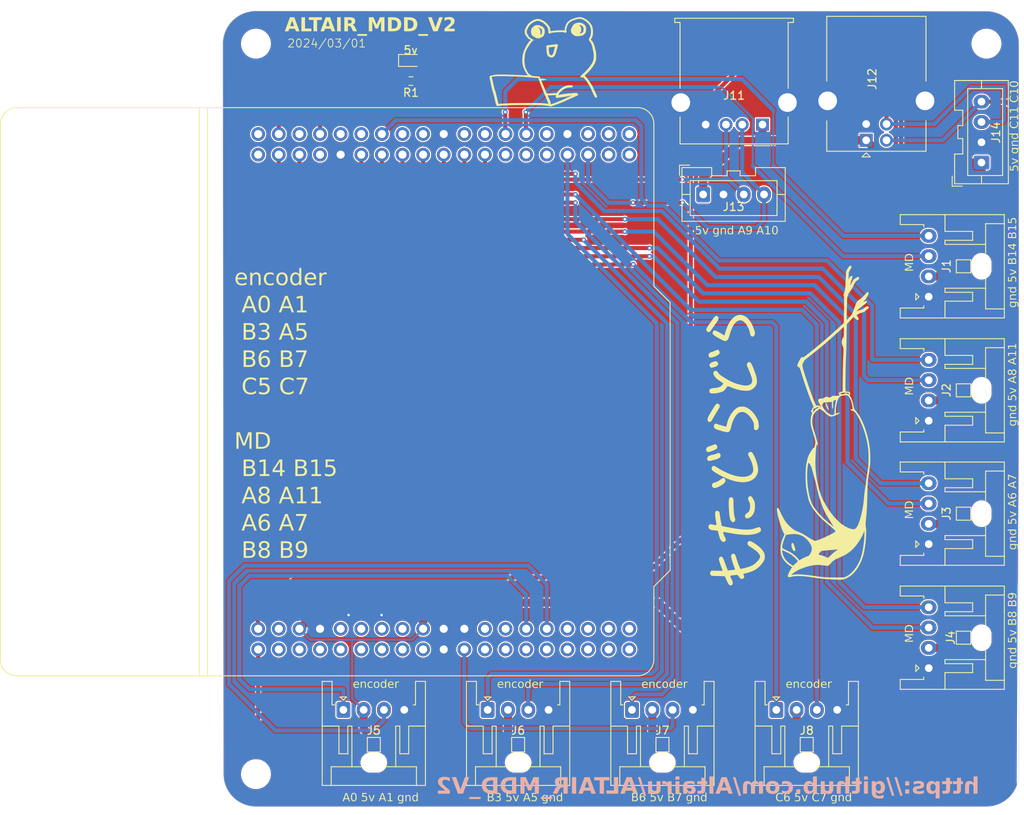
<source format=kicad_pcb>
(kicad_pcb (version 20221018) (generator pcbnew)
  (layers (0 "F.Cu" signal) (31 "B.Cu" signal) (34 "B.Paste" user) (35 "F.Paste" user) (36 "B.SilkS" user "B.Silkscreen") (37 "F.SilkS" user "F.Silkscreen") (38 "B.Mask" user) (39 "F.Mask" user) (44 "Edge.Cuts" user))
  (net 0 "")
  (net 1 "GND")
  (net 2 "+3.3V")
  (net 3 "B14")
  (net 4 "B15")
  (net 5 "A8")
  (net 6 "A11")
  (net 7 "A6")
  (net 8 "A7")
  (net 9 "A0")
  (net 10 "A1")
  (net 11 "B3")
  (net 12 "A5")
  (net 13 "B6")
  (net 14 "B7")
  (net 15 "B8")
  (net 16 "B9")
  (net 17 "A2")
  (net 18 "A3")
  (net 19 "B0")
  (net 20 "B1")
  (net 21 "B2")
  (net 22 "Net-(LED1-A)")
  (net 23 "C6")
  (net 24 "C7")
  (net 25 "C8")
  (net 26 "C9")
  (net 27 "C10")
  (net 28 "C11")
  (net 29 "+5V")
  (net 30 "A9")
  (net 31 "A10")
  (net 32 "Net-(U2-PC3)")
  (net 33 "Net-(U2-PC2)")
  (net 34 "Net-(U2-PC1(PB9))")
  (net 35 "Net-(U2-PC0(PB9))")
  (footprint "AltairMD_V6:altair1" (layer "F.Cu") (at 147.32 52.324)
    (fp_text reference "G***" hide)
    (fp_text value "LOGO" hide)
  )
  (footprint "LOGO" (layer "F.Cu") (at 176.53 100.33 90)
    (fp_text reference "G***" hide)
    (fp_text value "LOGO" hide)
  )
  (footprint "Library:STM32F446RE_Nucleo" (layer "F.Cu") (at 131.439214 93.970786 90)
    (fp_text reference "U2" hide)
    (fp_text value "~" hide)
    (pad "1" thru_hole circle (at -28.124214 -5.924214 90) (size 1.7 1.7) (drill 1) (layers "*.Cu" "*.Mask"))
    (pad "2" thru_hole circle (at -30.664214 -13.544214 90) (size 1.7 1.7) (drill 1) (layers "*.Cu" "*.Mask"))
    (pad "3" thru_hole circle (at -28.124214 -8.464214 90) (size 1.7 1.7) (drill 1) (layers "*.Cu" "*.Mask"))
    (pad "4" thru_hole circle (at 30.295786 -13.544214 90) (size 1.7 1.7) (drill 1) (layers "*.Cu" "*.Mask"))
    (pad "5" thru_hole circle (at -30.664214 -16.084214 90) (size 1.7 1.7) (drill 1) (layers "*.Cu" "*.Mask"))
    (pad "6" thru_hole circle (at -30.664214 19.475786 90) (size 1.7 1.7) (drill 1) (layers "*.Cu" "*.Mask"))
    (pad "7" thru_hole circle (at -28.124214 6.775786 90) (size 1.7 1.7) (drill 1) (layers "*.Cu" "*.Mask"))
    (pad "8" thru_hole circle (at 32.835786 -13.544214 90) (size 1.7 1.7) (drill 1) (layers "*.Cu" "*.Mask") (net 29 "+5V"))
    (pad "9" thru_hole circle (at -28.124214 -16.084214 90) (size 1.7 1.7) (drill 1) (layers "*.Cu" "*.Mask") (net 29 "+5V"))
    (pad "10" thru_hole circle (at -28.124214 -0.844214 90) (size 1.7 1.7) (drill 1) (layers "*.Cu" "*.Mask") (net 29 "+5V"))
    (pad "11" thru_hole circle (at -28.124214 -3.384214 90) (size 1.7 1.7) (drill 1) (layers "*.Cu" "*.Mask") (net 2 "+3.3V"))
    (pad "12" thru_hole circle (at -28.124214 11.855786 90) (size 1.7 1.7) (drill 1) (layers "*.Cu" "*.Mask") (net 9 "A0"))
    (pad "13" thru_hole circle (at -28.124214 14.395786 90) (size 1.7 1.7) (drill 1) (layers "*.Cu" "*.Mask") (net 10 "A1"))
    (pad "14" thru_hole circle (at 30.295786 22.015786 90) (size 1.7 1.7) (drill 1) (layers "*.Cu" "*.Mask") (net 17 "A2"))
    (pad "15" thru_hole circle (at 30.295786 24.555786 90) (size 1.7 1.7) (drill 1) (layers "*.Cu" "*.Mask") (net 18 "A3"))
    (pad "16" thru_hole circle (at -28.124214 16.935786 90) (size 1.7 1.7) (drill 1) (layers "*.Cu" "*.Mask"))
    (pad "17" thru_hole circle (at 30.295786 -8.464214 90) (size 1.7 1.7) (drill 1) (layers "*.Cu" "*.Mask") (net 12 "A5"))
    (pad "18" thru_hole circle (at 30.295786 -5.924214 90) (size 1.7 1.7) (drill 1) (layers "*.Cu" "*.Mask") (net 7 "A6"))
    (pad "19" thru_hole circle (at 30.295786 -3.384214 90) (size 1.7 1.7) (drill 1) (layers "*.Cu" "*.Mask") (net 8 "A7"))
    (pad "20" thru_hole circle (at 30.295786 6.775786 90) (size 1.7 1.7) (drill 1) (layers "*.Cu" "*.Mask") (net 5 "A8"))
    (pad "21" thru_hole circle (at 30.295786 4.235786 90) (size 1.7 1.7) (drill 1) (layers "*.Cu" "*.Mask") (net 30 "A9"))
    (pad "22" thru_hole circle (at 30.295786 19.475786 90) (size 1.7 1.7) (drill 1) (layers "*.Cu" "*.Mask") (net 31 "A10"))
    (pad "23" thru_hole circle (at 32.835786 -5.924214 90) (size 1.7 1.7) (drill 1) (layers "*.Cu" "*.Mask") (net 6 "A11"))
    (pad "24" thru_hole circle (at 32.835786 -8.464214 90) (size 1.7 1.7) (drill 1) (layers "*.Cu" "*.Mask"))
    (pad "25" thru_hole circle (at -30.664214 -5.924214 90) (size 1.7 1.7) (drill 1) (layers "*.Cu" "*.Mask"))
    (pad "26" thru_hole circle (at -30.664214 -3.384214 90) (size 1.7 1.7) (drill 1) (layers "*.Cu" "*.Mask"))
    (pad "27" thru_hole circle (at -30.664214 -0.844214 90) (size 1.7 1.7) (drill 1) (layers "*.Cu" "*.Mask"))
    (pad "28" thru_hole circle (at -28.124214 -18.624214 90) (size 1.7 1.7) (drill 1) (layers "*.Cu" "*.Mask"))
    (pad "29" thru_hole circle (at -30.664214 14.395786 90) (size 1.7 1.7) (drill 1) (layers "*.Cu" "*.Mask"))
    (pad "30" thru_hole circle (at -30.664214 16.935786 90) (size 1.7 1.7) (drill 1) (layers "*.Cu" "*.Mask"))
    (pad "31" thru_hole circle (at -28.124214 19.475786 90) (size 1.7 1.7) (drill 1) (layers "*.Cu" "*.Mask") (net 19 "B0"))
    (pad "32" thru_hole circle (at 32.835786 6.775786 90) (size 1.7 1.7) (drill 1) (layers "*.Cu" "*.Mask") (net 20 "B1"))
    (pad "33" thru_hole circle (at 32.835786 4.235786 90) (size 1.7 1.7) (drill 1) (layers "*.Cu" "*.Mask") (net 21 "B2"))
    (pad "34" thru_hole circle (at 30.295786 16.935786 90) (size 1.7 1.7) (drill 1) (layers "*.Cu" "*.Mask") (net 11 "B3"))
    (pad "35" thru_hole circle (at 30.295786 11.855786 90) (size 1.7 1.7) (drill 1) (layers "*.Cu" "*.Mask"))
    (pad "36" thru_hole circle (at 30.295786 14.395786 90) (size 1.7 1.7) (drill 1) (layers "*.Cu" "*.Mask"))
    (pad "37" thru_hole circle (at 30.295786 -0.844214 90) (size 1.7 1.7) (drill 1) (layers "*.Cu" "*.Mask") (net 13 "B6"))
    (pad "38" thru_hole circle (at -30.664214 4.235786 90) (size 1.7 1.7) (drill 1) (layers "*.Cu" "*.Mask") (net 14 "B7"))
    (pad "39" thru_hole circle (at 30.295786 -18.624214 90) (size 1.7 1.7) (drill 1) (layers "*.Cu" "*.Mask") (net 15 "B8"))
    (pad "40" thru_hole circle (at 30.295786 -16.084214 90) (size 1.7 1.7) (drill 1) (layers "*.Cu" "*.Mask") (net 16 "B9"))
    (pad "41" thru_hole circle (at 30.295786 9.315786 90) (size 1.7 1.7) (drill 1) (layers "*.Cu" "*.Mask"))
    (pad "42" thru_hole circle (at 32.835786 -3.384214 90) (size 1.7 1.7) (drill 1) (layers "*.Cu" "*.Mask"))
    (pad "43" thru_hole circle (at 32.835786 14.395786 90) (size 1.7 1.7) (drill 1) (layers "*.Cu" "*.Mask"))
    (pad "44" thru_hole circle (at 32.835786 11.855786 90) (size 1.7 1.7) (drill 1) (layers "*.Cu" "*.Mask") (net 3 "B14"))
    (pad "45" thru_hole circle (at 32.835786 9.315786 90) (size 1.7 1.7) (drill 1) (layers "*.Cu" "*.Mask") (net 4 "B15"))
    (pad "46" thru_hole circle (at -28.124214 24.555786 90) (size 1.7 1.7) (drill 1) (layers "*.Cu" "*.Mask") (net 35 "Net-(U2-PC0(PB9))"))
    (pad "47" thru_hole circle (at -28.124214 22.015786 90) (size 1.7 1.7) (drill 1) (layers "*.Cu" "*.Mask") (net 34 "Net-(U2-PC1(PB9))"))
    (pad "48" thru_hole circle (at -30.664214 22.015786 90) (size 1.7 1.7) (drill 1) (layers "*.Cu" "*.Mask") (net 33 "Net-(U2-PC2)"))
    (pad "49" thru_hole circle (at -30.664214 24.555786 90) (size 1.7 1.7) (drill 1) (layers "*.Cu" "*.Mask") (net 32 "Net-(U2-PC3)"))
    (pad "50" thru_hole circle (at 32.835786 19.475786 90) (size 1.7 1.7) (drill 1) (layers "*.Cu" "*.Mask"))
    (pad "51" thru_hole circle (at 32.835786 -16.084214 90) (size 1.7 1.7) (drill 1) (layers "*.Cu" "*.Mask"))
    (pad "52" thru_hole circle (at 32.835786 -18.624214 90) (size 1.7 1.7) (drill 1) (layers "*.Cu" "*.Mask") (net 23 "C6"))
    (pad "53" thru_hole circle (at 30.295786 1.695786 90) (size 1.7 1.7) (drill 1) (layers "*.Cu" "*.Mask") (net 24 "C7"))
    (pad "54" thru_hole circle (at 32.835786 -21.164214 90) (size 1.7 1.7) (drill 1) (layers "*.Cu" "*.Mask") (net 25 "C8"))
    (pad "55" thru_hole circle (at 30.295786 -21.164214 90) (size 1.7 1.7) (drill 1) (layers "*.Cu" "*.Mask") (net 26 "C9"))
    (pad "56" thru_hole circle (at -30.664214 -21.164214 90) (size 1.7 1.7) (drill 1) (layers "*.Cu" "*.Mask") (net 27 "C10"))
    (pad "57" thru_hole circle (at -28.124214 -21.164214 90) (size 1.7 1.7) (drill 1) (layers "*.Cu" "*.Mask") (net 28 "C11"))
    (pad "58" thru_hole circle (at -30.664214 -18.624214 90) (size 1.7 1.7) (drill 1) (layers "*.Cu" "*.Mask"))
    (pad "59" thru_hole circle (at -30.664214 6.775786 90) (size 1.7 1.7) (drill 1) (layers "*.Cu" "*.Mask"))
    (pad "60" thru_hole circle (at -30.664214 9.315786 90) (size 1.7 1.7) (drill 1) (layers "*.Cu" "*.Mask"))
    (pad "61" thru_hole circle (at -30.664214 11.855786 90) (size 1.7 1.7) (drill 1) (layers "*.Cu" "*.Mask"))
    (pad "62" thru_hole circle (at -30.664214 1.695786 90) (size 1.7 1.7) (drill 1) (layers "*.Cu" "*.Mask") (net 1 "GND"))
    (pad "62" thru_hole circle (at -28.124214 -13.544214 90) (size 1.7 1.7) (drill 1) (layers "*.Cu" "*.Mask") (net 1 "GND"))
    (pad "62" thru_hole circle (at -28.124214 1.695786 90) (size 1.7 1.7) (drill 1) (layers "*.Cu" "*.Mask") (net 1 "GND"))
    (pad "62" thru_hole circle (at -28.124214 4.235786 90) (size 1.7 1.7) (drill 1) (layers "*.Cu" "*.Mask") (net 1 "GND"))
    (pad "62" thru_hole circle (at 30.295786 -11.004214 90) (size 1.7 1.7) (drill 1) (layers "*.Cu" "*.Mask") (net 1 "GND"))
    (pad "62" thru_hole circle (at 32.835786 1.695786 90) (size 1.7 1.7) (drill 1) (layers "*.Cu" "*.Mask") (net 1 "GND"))
    (pad "62" thru_hole circle (at 32.835786 16.935786 90) (size 1.7 1.7) (drill 1) (layers "*.Cu" "*.Mask") (net 1 "GND"))
    (pad "63" thru_hole circle (at -30.664214 -8.464214 90) (size 1.7 1.7) (drill 1) (layers "*.Cu" "*.Mask"))
    (pad "64" thru_hole circle (at -28.124214 -11.004214 90) (size 1.7 1.7) (drill 1) (layers "*.Cu" "*.Mask"))
    (pad "65" thru_hole circle (at -30.664214 -11.004214 90) (size 1.7 1.7) (drill 1) (layers "*.Cu" "*.Mask"))
    (pad "66" thru_hole circle (at -28.124214 9.315786 90) (size 1.7 1.7) (drill 1) (layers "*.Cu" "*.Mask"))
    (pad "67" thru_hole circle (at 32.835786 -11.004214 90) (size 1.7 1.7) (drill 1) (layers "*.Cu" "*.Mask"))
    (pad "68" thru_hole circle (at 32.835786 -0.844214 90) (size 1.7 1.7) (drill 1) (layers "*.Cu" "*.Mask"))
    (pad "69" thru_hole circle (at 32.835786 22.015786 90) (size 1.7 1.7) (drill 1) (layers "*.Cu" "*.Mask"))
    (pad "70" thru_hole circle (at 32.835786 24.555786 90) (size 1.7 1.7) (drill 1) (layers "*.Cu" "*.Mask"))
  )
  (footprint "Connector_JST:JST_XA_S04B-XASK-1_1x04_P2.50mm_Horizontal" (layer "F.Cu") (at 192.89 96.46 90)
    (fp_text reference "J2" (at 3.75 2.182 90) (layer "F.SilkS"))
    (fp_text value "MD")
    (pad "" np_thru_hole oval (at 3.75 6.5 90) (size 2.8 2) (drill oval 2.8 2) (layers "*.Cu" "*.Mask"))
    (pad "1" thru_hole roundrect (at 0 0 90) (size 1.7 1.95) (drill 0.95) (layers "*.Cu" "*.Mask") (roundrect_rratio 0.1470588235) (net 1 "GND"))
    (pad "2" thru_hole oval (at 2.5 0 90) (size 1.7 1.95) (drill 0.95) (layers "*.Cu" "*.Mask") (net 29 "+5V"))
    (pad "3" thru_hole oval (at 5 0 90) (size 1.7 1.95) (drill 0.95) (layers "*.Cu" "*.Mask") (net 5 "A8"))
    (pad "4" thru_hole oval (at 7.5 0 90) (size 1.7 1.95) (drill 0.95) (layers "*.Cu" "*.Mask") (net 6 "A11"))
  )
  (footprint "MountingHole:MountingHole_3.2mm_M3" (layer "F.Cu") (at 200 50)
    (fp_text reference "REF**" hide)
    (fp_text value "MountingHole_3.2mm_M3" hide)
    (pad "" np_thru_hole circle (at 0 0) (size 3.2 3.2) (drill 3.2) (layers "F&B.Cu" "*.Mask"))
  )
  (footprint "Connector_JST:JST_XA_S04B-XASK-1_1x04_P2.50mm_Horizontal" (layer "F.Cu") (at 192.89 111.66 90)
    (fp_text reference "J3" (at 3.75 2.182 90) (layer "F.SilkS"))
    (fp_text value "MD")
    (pad "" np_thru_hole oval (at 3.75 6.5 90) (size 2.8 2) (drill oval 2.8 2) (layers "*.Cu" "*.Mask"))
    (pad "1" thru_hole roundrect (at 0 0 90) (size 1.7 1.95) (drill 0.95) (layers "*.Cu" "*.Mask") (roundrect_rratio 0.1470588235) (net 1 "GND"))
    (pad "2" thru_hole oval (at 2.5 0 90) (size 1.7 1.95) (drill 0.95) (layers "*.Cu" "*.Mask") (net 29 "+5V"))
    (pad "3" thru_hole oval (at 5 0 90) (size 1.7 1.95) (drill 0.95) (layers "*.Cu" "*.Mask") (net 7 "A6"))
    (pad "4" thru_hole oval (at 7.5 0 90) (size 1.7 1.95) (drill 0.95) (layers "*.Cu" "*.Mask") (net 8 "A7"))
  )
  (footprint "Connector_JST:JST_XA_S04B-XASK-1_1x04_P2.50mm_Horizontal" (layer "F.Cu") (at 192.89 81.18 90)
    (fp_text reference "J1" (at 3.75 2.182 90) (layer "F.SilkS"))
    (fp_text value "MD")
    (pad "" np_thru_hole oval (at 3.75 6.5 90) (size 2.8 2) (drill oval 2.8 2) (layers "*.Cu" "*.Mask"))
    (pad "1" thru_hole roundrect (at 0 0 90) (size 1.7 1.95) (drill 0.95) (layers "*.Cu" "*.Mask") (roundrect_rratio 0.1470588235) (net 1 "GND"))
    (pad "2" thru_hole oval (at 2.5 0 90) (size 1.7 1.95) (drill 0.95) (layers "*.Cu" "*.Mask") (net 29 "+5V"))
    (pad "3" thru_hole oval (at 5 0 90) (size 1.7 1.95) (drill 0.95) (layers "*.Cu" "*.Mask") (net 3 "B14"))
    (pad "4" thru_hole oval (at 7.5 0 90) (size 1.7 1.95) (drill 0.95) (layers "*.Cu" "*.Mask") (net 4 "B15"))
  )
  (footprint "Connector_JST:JST_XA_S04B-XASK-1_1x04_P2.50mm_Horizontal" (layer "F.Cu") (at 156.33 132.08)
    (fp_text reference "J7" (at 3.75 2.54) (layer "F.SilkS"))
    (fp_text value "encoder")
    (pad "" np_thru_hole oval (at 3.75 6.5) (size 2.8 2) (drill oval 2.8 2) (layers "*.Cu" "*.Mask"))
    (pad "1" thru_hole roundrect (at 0 0) (size 1.7 1.95) (drill 0.95) (layers "*.Cu" "*.Mask") (roundrect_rratio 0.1470588235) (net 13 "B6"))
    (pad "2" thru_hole oval (at 2.5 0) (size 1.7 1.95) (drill 0.95) (layers "*.Cu" "*.Mask") (net 29 "+5V"))
    (pad "3" thru_hole oval (at 5 0) (size 1.7 1.95) (drill 0.95) (layers "*.Cu" "*.Mask") (net 14 "B7"))
    (pad "4" thru_hole oval (at 7.5 0) (size 1.7 1.95) (drill 0.95) (layers "*.Cu" "*.Mask") (net 1 "GND"))
  )
  (footprint "Connector_JST:JST_XA_B04B-XASK-1_1x04_P2.50mm_Vertical" (layer "F.Cu") (at 199.39 64.65 90)
    (fp_text reference "J14" (at 3.69 1.778 90) (layer "F.SilkS"))
    (fp_text value "Conn_01x04")
    (pad "1" thru_hole roundrect (at 0 0 90) (size 1.7 1.95) (drill 0.95) (layers "*.Cu" "*.Mask") (roundrect_rratio 0.1470588235) (net 29 "+5V"))
    (pad "2" thru_hole oval (at 2.5 0 90) (size 1.7 1.95) (drill 0.95) (layers "*.Cu" "*.Mask") (net 1 "GND"))
    (pad "3" thru_hole oval (at 5 0 90) (size 1.7 1.95) (drill 0.95) (layers "*.Cu" "*.Mask") (net 28 "C11"))
    (pad "4" thru_hole oval (at 7.5 0 90) (size 1.7 1.95) (drill 0.95) (layers "*.Cu" "*.Mask") (net 27 "C10"))
  )
  (footprint "Connector_JST:JST_XA_S04B-XASK-1_1x04_P2.50mm_Horizontal" (layer "F.Cu") (at 192.89 126.94 90)
    (fp_text reference "J4" (at 3.75 2.69 90) (layer "F.SilkS"))
    (fp_text value "MD")
    (pad "" np_thru_hole oval (at 3.75 6.5 90) (size 2.8 2) (drill oval 2.8 2) (layers "*.Cu" "*.Mask"))
    (pad "1" thru_hole roundrect (at 0 0 90) (size 1.7 1.95) (drill 0.95) (layers "*.Cu" "*.Mask") (roundrect_rratio 0.1470588235) (net 1 "GND"))
    (pad "2" thru_hole oval (at 2.5 0 90) (size 1.7 1.95) (drill 0.95) (layers "*.Cu" "*.Mask") (net 29 "+5V"))
    (pad "3" thru_hole oval (at 5 0 90) (size 1.7 1.95) (drill 0.95) (layers "*.Cu" "*.Mask") (net 15 "B8"))
    (pad "4" thru_hole oval (at 7.5 0 90) (size 1.7 1.95) (drill 0.95) (layers "*.Cu" "*.Mask") (net 16 "B9"))
  )
  (footprint "Connector_USB:USB_A_Molex_67643_Horizontal" (layer "F.Cu") (at 172.41 59.97 180)
    (fp_text reference "J11" (at 3.5 3.582) (layer "F.SilkS"))
    (fp_text value "USB_A")
    (pad "1" thru_hole rect (at 0 0 180) (size 1.6 1.5) (drill 0.95) (layers "*.Cu" "*.Mask") (net 29 "+5V"))
    (pad "2" thru_hole circle (at 2.5 0 180) (size 1.6 1.6) (drill 0.95) (layers "*.Cu" "*.Mask") (net 31 "A10"))
    (pad "3" thru_hole circle (at 4.5 0 180) (size 1.6 1.6) (drill 0.95) (layers "*.Cu" "*.Mask") (net 30 "A9"))
    (pad "4" thru_hole circle (at 7 0 180) (size 1.6 1.6) (drill 0.95) (layers "*.Cu" "*.Mask") (net 1 "GND"))
    (pad "5" thru_hole circle (at -3.07 2.71 180) (size 3 3) (drill 2.3) (layers "*.Cu" "*.Mask") (net 1 "GND"))
    (pad "5" thru_hole circle (at 10.07 2.71 180) (size 3 3) (drill 2.3) (layers "*.Cu" "*.Mask") (net 1 "GND"))
  )
  (footprint "MountingHole:MountingHole_3.2mm_M3" (layer "F.Cu") (at 110 50)
    (fp_text reference "REF**" hide)
    (fp_text value "MountingHole_3.2mm_M3")
    (pad "" np_thru_hole circle (at 0 0) (size 3.2 3.2) (drill 3.2) (layers "F&B.Cu" "*.Mask"))
  )
  (footprint "Connector_JST:JST_XA_B04B-XASK-1_1x04_P2.50mm_Vertical" (layer "F.Cu") (at 165.1 68.58)
    (fp_text reference "J13" (at 3.75 1.524) (layer "F.SilkS"))
    (fp_text value "Conn_01x04")
    (pad "1" thru_hole roundrect (at 0 0) (size 1.7 1.95) (drill 0.95) (layers "*.Cu" "*.Mask") (roundrect_rratio 0.1470588235) (net 29 "+5V"))
    (pad "2" thru_hole oval (at 2.5 0) (size 1.7 1.95) (drill 0.95) (layers "*.Cu" "*.Mask") (net 1 "GND"))
    (pad "3" thru_hole oval (at 5 0) (size 1.7 1.95) (drill 0.95) (layers "*.Cu" "*.Mask") (net 30 "A9"))
    (pad "4" thru_hole oval (at 7.5 0) (size 1.7 1.95) (drill 0.95) (layers "*.Cu" "*.Mask") (net 31 "A10"))
  )
  (footprint "Connector_USB:USB_B_Lumberg_2411_02_Horizontal" (layer "F.Cu") (at 185.186 61.9055 90)
    (fp_text reference "J12" (at 7.5495 0.742 90) (layer "F.SilkS"))
    (fp_text value "USB_B")
    (pad "1" thru_hole rect (at 0 0 180) (size 1.6 1.6) (drill 0.95) (layers "*.Cu" "*.Mask") (net 29 "+5V"))
    (pad "2" thru_hole circle (at 0 2.5 180) (size 1.6 1.6) (drill 0.95) (layers "*.Cu" "*.Mask") (net 27 "C10"))
    (pad "3" thru_hole circle (at 2 2.5 180) (size 1.6 1.6) (drill 0.95) (layers "*.Cu" "*.Mask") (net 28 "C11"))
    (pad "4" thru_hole circle (at 2 0 180) (size 1.6 1.6) (drill 0.95) (layers "*.Cu" "*.Mask") (net 1 "GND"))
    (pad "5" thru_hole circle (at 4.86 -4.75 180) (size 4 4) (drill 2.3) (layers "*.Cu" "*.Mask") (net 1 "GND"))
    (pad "5" thru_hole circle (at 4.86 7.25 180) (size 4 4) (drill 2.3) (layers "*.Cu" "*.Mask") (net 1 "GND"))
  )
  (footprint "Connector_JST:JST_XA_S04B-XASK-1_1x04_P2.50mm_Horizontal" (layer "F.Cu") (at 138.55 132.08)
    (fp_text reference "J6" (at 3.75 2.54) (layer "F.SilkS"))
    (fp_text value "encoder")
    (pad "" np_thru_hole oval (at 3.75 6.5) (size 2.8 2) (drill oval 2.8 2) (layers "*.Cu" "*.Mask"))
    (pad "1" thru_hole roundrect (at 0 0) (size 1.7 1.95) (drill 0.95) (layers "*.Cu" "*.Mask") (roundrect_rratio 0.1470588235) (net 11 "B3"))
    (pad "2" thru_hole oval (at 2.5 0) (size 1.7 1.95) (drill 0.95) (layers "*.Cu" "*.Mask") (net 29 "+5V"))
    (pad "3" thru_hole oval (at 5 0) (size 1.7 1.95) (drill 0.95) (layers "*.Cu" "*.Mask") (net 12 "A5"))
    (pad "4" thru_hole oval (at 7.5 0) (size 1.7 1.95) (drill 0.95) (layers "*.Cu" "*.Mask") (net 1 "GND"))
  )
  (footprint "Connector_JST:JST_XA_S04B-XASK-1_1x04_P2.50mm_Horizontal" (layer "F.Cu") (at 174.11 132.08)
    (fp_text reference "J8" (at 3.75 2.54) (layer "F.SilkS"))
    (fp_text value "encoder")
    (pad "" np_thru_hole oval (at 3.75 6.5) (size 2.8 2) (drill oval 2.8 2) (layers "*.Cu" "*.Mask"))
    (pad "1" thru_hole roundrect (at 0 0) (size 1.7 1.95) (drill 0.95) (layers "*.Cu" "*.Mask") (roundrect_rratio 0.1470588235) (net 23 "C6"))
    (pad "2" thru_hole oval (at 2.5 0) (size 1.7 1.95) (drill 0.95) (layers "*.Cu" "*.Mask") (net 29 "+5V"))
    (pad "3" thru_hole oval (at 5 0) (size 1.7 1.95) (drill 0.95) (layers "*.Cu" "*.Mask") (net 24 "C7"))
    (pad "4" thru_hole oval (at 7.5 0) (size 1.7 1.95) (drill 0.95) (layers "*.Cu" "*.Mask") (net 1 "GND"))
  )
  (footprint "Resistor_SMD:R_0603_1608Metric" (layer "F.Cu") (at 129.095 54.61 180)
    (fp_text reference "R1" (at 0 -1.43) (layer "F.SilkS"))
    (fp_text value "4.7k")
    (pad "1" smd roundrect (at -0.825 0 180) (size 0.8 0.95) (layers "F.Cu" "F.Paste" "F.Mask") (net 22 "Net-(LED1-A)"))
    (pad "2" smd roundrect (at 0.825 0 180) (size 0.8 0.95) (layers "F.Cu" "F.Paste" "F.Mask") (net 29 "+5V"))
  )
  (footprint "MountingHole:MountingHole_3.2mm_M3" (layer "F.Cu") (at 110 140)
    (fp_text reference "REF**" hide)
    (fp_text value "MountingHole_3.2mm_M3")
    (pad "" np_thru_hole circle (at 0 0) (size 3.2 3.2) (drill 3.2) (layers "F&B.Cu" "*.Mask"))
  )
  (footprint "Connector_JST:JST_XA_S04B-XASK-1_1x04_P2.50mm_Horizontal" (layer "F.Cu") (at 120.77 132.08)
    (fp_text reference "J5" (at 3.75 2.54) (layer "F.SilkS"))
    (fp_text value "encoder")
    (pad "" np_thru_hole oval (at 3.75 6.5) (size 2.8 2) (drill oval 2.8 2) (layers "*.Cu" "*.Mask"))
    (pad "1" thru_hole roundrect (at 0 0) (size 1.7 1.95) (drill 0.95) (layers "*.Cu" "*.Mask") (roundrect_rratio 0.1470588235) (net 9 "A0"))
    (pad "2" thru_hole oval (at 2.5 0) (size 1.7 1.95) (drill 0.95) (layers "*.Cu" "*.Mask") (net 29 "+5V"))
    (pad "3" thru_hole oval (at 5 0) (size 1.7 1.95) (drill 0.95) (layers "*.Cu" "*.Mask") (net 10 "A1"))
    (pad "4" thru_hole oval (at 7.5 0) (size 1.7 1.95) (drill 0.95) (layers "*.Cu" "*.Mask") (net 1 "GND"))
  )
  (footprint "LED_SMD:LED_0603_1608Metric" (layer "F.Cu") (at 129.0575 52.07)
    (fp_text reference "LED1")
    (fp_text value "5v" (at 0 -1.27) (layer "F.SilkS"))
    (pad "1" smd roundrect (at -0.7875 0) (size 0.875 0.95) (layers "F.Cu" "F.Paste" "F.Mask") (net 1 "GND"))
    (pad "2" smd roundrect (at 0.7875 0) (size 0.875 0.95) (layers "F.Cu" "F.Paste" "F.Mask") (net 22 "Net-(LED1-A)"))
  )
  (gr_line (start 105.918 50.038) (end 106 140) (stroke (width 0.05)) (layer "Edge.Cuts"))
  (gr_arc (start 200 46) (mid 202.828427 47.171573) (end 204 50) (stroke (width 0.05)) (layer "Edge.Cuts"))
  (gr_line (start 204 140) (end 204 50) (stroke (width 0.05)) (layer "Edge.Cuts"))
  (gr_arc (start 110 144) (mid 107.171573 142.828427) (end 106 140) (stroke (width 0.05)) (layer "Edge.Cuts"))
  (gr_arc (start 105.918 50.038) (mid 107.108318 47.164318) (end 109.982 45.974) (stroke (width 0.05)) (layer "Edge.Cuts"))
  (gr_arc (start 204 140) (mid 202.828427 142.828427) (end 200 144) (stroke (width 0.05)) (layer "Edge.Cuts"))
  (gr_line (start 200 46) (end 109.982 45.974) (stroke (width 0.05)) (layer "Edge.Cuts"))
  (gr_line (start 110 144) (end 200 144) (stroke (width 0.05)) (layer "Edge.Cuts"))
  (gr_text "https://github.com/Altairu/ALTAIR_MDD_V2" (at 199.136 142.748) (layer "B.SilkS") (effects (font (size 2 2) (thickness 0.25) bold) (justify left bottom mirror)))
  (gr_text "encoder\n A0 A1\n B3 A5\n B6 B7\n C5 C7\n\nMD\n B14 B15\n A8 A11\n A6 A7\n B8 B9" (at 107.32 113.69) (layer "F.SilkS") (effects (font (size 2 2) (thickness 0.1)) (justify left bottom)))
  (gr_text "gnd 5v A8 A11" (at 203.835 97.155 90) (layer "F.SilkS") (effects (font (size 1 1) (thickness 0.1)) (justify left bottom)))
  (gr_text "gnd 5v B8 B9" (at 203.835 127 90) (layer "F.SilkS") (effects (font (size 1 1) (thickness 0.1)) (justify left bottom)))
  (gr_text "B3 5v A5 gnd" (at 138.43 143.51) (layer "F.SilkS") (effects (font (size 1 1) (thickness 0.1)) (justify left bottom)))
  (gr_text "A0 5v A1 gnd" (at 120.65 143.51) (layer "F.SilkS") (effects (font (size 1 1) (thickness 0.1)) (justify left bottom)))
  (gr_text "gnd 5v A6 A7" (at 203.835 112.395 90) (layer "F.SilkS") (effects (font (size 1 1) (thickness 0.1)) (justify left bottom)))
  (gr_text "2024/03/01" (at 113.792 50.546) (layer "F.SilkS") (effects (font (size 1 1) (thickness 0.1)) (justify left bottom)))
  (gr_text "5v gnd C11 C10" (at 204.06 65.77 90) (layer "F.SilkS") (effects (font (size 1 1) (thickness 0.1)) (justify left bottom)))
  (gr_text "MD" (at 191.135 93.345 90) (layer "F.SilkS") (effects (font (size 1 1) (thickness 0.1)) (justify left bottom)))
  (gr_text "B6 5v B7 gnd" (at 156.21 143.51) (layer "F.SilkS") (effects (font (size 1 1) (thickness 0.1)) (justify left bottom)))
  (gr_text "encoder" (at 121.92 129.54) (layer "F.SilkS") (effects (font (size 1 1) (thickness 0.1)) (justify left bottom)))
  (gr_text "encoder" (at 139.7 129.54) (layer "F.SilkS") (effects (font (size 1 1) (thickness 0.1)) (justify left bottom)))
  (gr_text "ALTAIR_MDD_V2" (at 113.538 48.768) (layer "F.SilkS") (effects (font (size 1.7 1.7) (thickness 0.3) bold) (justify left bottom)))
  (gr_text "MD" (at 191.135 108.585 90) (layer "F.SilkS") (effects (font (size 1 1) (thickness 0.1)) (justify left bottom)))
  (gr_text "C6 5v C7 gnd" (at 173.99 143.51) (layer "F.SilkS") (effects (font (size 1 1) (thickness 0.1)) (justify left bottom)))
  (gr_text "encoder" (at 157.48 129.54) (layer "F.SilkS") (effects (font (size 1 1) (thickness 0.1)) (justify left bottom)))
  (gr_text "MD" (at 191.135 78.105 90) (layer "F.SilkS") (effects (font (size 1 1) (thickness 0.1)) (justify left bottom)))
  (gr_text "gnd 5v B14 B15" (at 203.835 82.55 90) (layer "F.SilkS") (effects (font (size 1 1) (thickness 0.1)) (justify left bottom)))
  (gr_text "5v gnd A9 A10" (at 164.084 73.66) (layer "F.SilkS") (effects (font (size 1 1) (thickness 0.1)) (justify left bottom)))
  (gr_text "encoder" (at 175.26 129.54) (layer "F.SilkS") (effects (font (size 1 1) (thickness 0.1)) (justify left bottom)))
  (gr_text "MD" (at 191.135 123.825 90) (layer "F.SilkS") (effects (font (size 1 1) (thickness 0.1)) (justify left bottom)))
  (via (at 121.412 120.396) (size 0.6) (drill 0.3) (layers "F.Cu" "B.Cu") (net 1))
  (via (at 125.476 120.396) (size 0.6) (drill 0.3) (layers "F.Cu" "B.Cu") (net 1))
  (segment (start 143.256 61.096) (end 143.295 61.135) (width 0.5) (layer "F.Cu") (net 3))
  (segment (start 143.256 58.42) (end 143.256 61.096) (width 0.5) (layer "F.Cu") (net 3))
  (via (at 143.256 58.42) (size 0.6) (drill 0.3) (layers "F.Cu" "B.Cu") (net 3))
  (segment (start 171.2076 65.0356) (end 171.2076 59.1776) (width 0.25) (layer "B.Cu") (net 3))
  (segment (start 192.89 76.18) (end 182.352 76.18) (width 0.5) (layer "B.Cu") (net 3))
  (segment (start 182.352 76.18) (end 171.2076 65.0356) (width 0.5) (layer "B.Cu") (net 3))
  (segment (start 167.3876 55.3576) (end 166.624 55.3576) (width 0.25) (layer "B.Cu") (net 3))
  (segment (start 143.256 58.42) (end 146.3184 55.3576) (width 0.5) (layer "B.Cu") (net 3))
  (segment (start 171.2076 59.1776) (end 167.3876 55.3576) (width 0.25) (layer "B.Cu") (net 3))
  (segment (start 146.3184 55.3576) (end 166.624 55.3576) (width 0.5) (layer "B.Cu") (net 3))
  (segment (start 140.716 61.096) (end 140.755 61.135) (width 0.5) (layer "F.Cu") (net 4))
  (segment (start 140.716 58.42) (end 140.716 61.096) (width 0.5) (layer "F.Cu") (net 4))
  (via (at 140.716 58.42) (size 0.6) (drill 0.3) (layers "F.Cu" "B.Cu") (net 4))
  (segment (start 173.736 65.024) (end 173.736 60.96) (width 0.25) (layer "B.Cu") (net 4))
  (segment (start 182.392 73.68) (end 175.768 67.056) (width 0.5) (layer "B.Cu") (net 4))
  (segment (start 140.716 58.42) (end 140.716 55.88) (width 0.5) (layer "B.Cu") (net 4))
  (segment (start 173.736 60.96) (end 173.736 58.2064) (width 0.25) (layer "B.Cu") (net 4))
  (segment (start 140.716 55.88) (end 142.24 54.356) (width 0.5) (layer "B.Cu") (net 4))
  (segment (start 192.89 73.68) (end 182.392 73.68) (width 0.5) (layer "B.Cu") (net 4))
  (segment (start 175.768 67.056) (end 173.736 65.024) (width 0.5) (layer "B.Cu") (net 4))
  (segment (start 142.24 54.356) (end 169.8856 54.356) (width 0.5) (layer "B.Cu") (net 4))
  (segment (start 169.8856 54.356) (end 173.736 58.2064) (width 0.5) (layer "B.Cu") (net 4))
  (segment (start 149.352 66.04) (end 138.723 66.04) (width 0.5) (layer "F.Cu") (net 5))
  (segment (start 138.723 66.04) (end 138.215 65.532) (width 0.5) (layer "F.Cu") (net 5))
  (segment (start 138.215 65.532) (end 138.215 63.675) (width 0.5) (layer "F.Cu") (net 5))
  (via (at 149.352 66.04) (size 0.6) (drill 0.3) (layers "F.Cu" "B.Cu") (net 5))
  (segment (start 149.352 67.056) (end 152.908 70.612) (width 0.5) (layer "B.Cu") (net 5))
  (segment (start 184.912 82.804) (end 184.912 90.932) (width 0.5) (layer "B.Cu") (net 5))
  (segment (start 167.132 77.724) (end 179.832 77.724) (width 0.5) (layer "B.Cu") (net 5))
  (segment (start 152.908 70.612) (end 160.02 70.612) (width 0.5) (layer "B.Cu") (net 5))
  (segment (start 160.02 70.612) (end 167.132 77.724) (width 0.5) (layer "B.Cu") (net 5))
  (segment (start 179.832 77.724) (end 184.912 82.804) (width 0.5) (layer "B.Cu") (net 5))
  (segment (start 184.912 90.932) (end 185.44 91.46) (width 0.5) (layer "B.Cu") (net 5))
  (segment (start 149.352 66.04) (end 149.352 67.056) (width 0.5) (layer "B.Cu") (net 5))
  (segment (start 185.44 91.46) (end 192.89 91.46) (width 0.5) (layer "B.Cu") (net 5))
  (segment (start 167.038632 76.708) (end 160.290232 69.9596) (width 0.5) (layer "B.Cu") (net 6))
  (segment (start 185.928 88.9) (end 185.928 82.296) (width 0.5) (layer "B.Cu") (net 6))
  (segment (start 160.290232 69.9596) (end 158.3516 69.9596) (width 0.5) (layer "B.Cu") (net 6))
  (segment (start 157.48 60.142419) (end 156.773581 59.436) (width 0.5) (layer "B.Cu") (net 6))
  (segment (start 157.48 69.088) (end 157.48 60.142419) (width 0.5) (layer "B.Cu") (net 6))
  (segment (start 158.3516 69.9596) (end 157.48 69.088) (width 0.5) (layer "B.Cu") (net 6))
  (segment (start 127.214 59.436) (end 125.515 61.135) (width 0.5) (layer "B.Cu") (net 6))
  (segment (start 156.773581 59.436) (end 127.214 59.436) (width 0.5) (layer "B.Cu") (net 6))
  (segment (start 185.988 88.96) (end 185.928 88.9) (width 0.5) (layer "B.Cu") (net 6))
  (segment (start 192.89 88.96) (end 185.988 88.96) (width 0.5) (layer "B.Cu") (net 6))
  (segment (start 185.928 82.296) (end 180.34 76.708) (width 0.5) (layer "B.Cu") (net 6))
  (segment (start 180.34 76.708) (end 167.038632 76.708) (width 0.5) (layer "B.Cu") (net 6))
  (segment (start 155.448 73.152) (end 127 73.152) (width 0.5) (layer "F.Cu") (net 7))
  (segment (start 127 73.152) (end 125.515 71.667) (width 0.5) (layer "F.Cu") (net 7))
  (segment (start 125.515 71.667) (end 125.515 63.675) (width 0.5) (layer "F.Cu") (net 7))
  (via (at 155.448 73.152) (size 0.6) (drill 0.3) (layers "F.Cu" "B.Cu") (net 7))
  (segment (start 182.88 83.82) (end 182.88 101.6) (width 0.5) (layer "B.Cu") (net 7))
  (segment (start 155.448 73.152) (end 159.004 73.152) (width 0.5) (layer "B.Cu") (net 7))
  (segment (start 165.608 79.756) (end 178.816 79.756) (width 0.5) (layer "B.Cu") (net 7))
  (segment (start 178.816 79.756) (end 182.88 83.82) (width 0.5) (layer "B.Cu") (net 7))
  (segment (start 159.004 73.152) (end 165.608 79.756) (width 0.5) (layer "B.Cu") (net 7))
  (segment (start 182.88 101.6) (end 187.94 106.66) (width 0.5) (layer "B.Cu") (net 7))
  (segment (start 187.94 106.66) (end 192.89 106.66) (width 0.5) (layer "B.Cu") (net 7))
  (segment (start 155.448 71.628) (end 128.524 71.628) (width 0.5) (layer "F.Cu") (net 8))
  (segment (start 128.524 71.628) (end 128.055 71.159) (width 0.5) (layer "F.Cu") (net 8))
  (segment (start 128.055 71.159) (end 128.055 63.675) (width 0.5) (layer "F.Cu") (net 8))
  (via (at 155.448 71.628) (size 0.6) (drill 0.3) (layers "F.Cu" "B.Cu") (net 8))
  (segment (start 192.89 104.16) (end 186.964 104.16) (width 0.5) (layer "B.Cu") (net 8))
  (segment (start 183.896 101.092) (end 183.896 83.913368) (width 0.5) (layer "B.Cu") (net 8))
  (segment (start 183.896 83.312) (end 179.324 78.74) (width 0.5) (layer "B.Cu") (net 8))
  (segment (start 179.324 78.74) (end 166.624 78.74) (width 0.5) (layer "B.Cu") (net 8))
  (segment (start 186.964 104.16) (end 183.896 101.092) (width 0.5) (layer "B.Cu") (net 8))
  (segment (start 166.624 78.74) (end 159.512 71.628) (width 0.5) (layer "B.Cu") (net 8))
  (segment (start 183.896 83.913368) (end 183.896 83.82) (width 0.5) (layer "B.Cu") (net 8))
  (segment (start 183.896 83.82) (end 183.896 83.312) (width 0.5) (layer "B.Cu") (net 8))
  (segment (start 159.512 71.628) (end 155.448 71.628) (width 0.5) (layer "B.Cu") (net 8))
  (segment (start 120.65 129.54) (end 109.22 129.54) (width 0.5) (layer "B.Cu") (net 9))
  (segment (start 107.95 128.27) (end 107.95 116.84) (width 0.5) (layer "B.Cu") (net 9))
  (segment (start 107.95 116.84) (end 109.22 115.57) (width 0.5) (layer "B.Cu") (net 9))
  (segment (start 109.22 129.54) (end 107.95 128.27) (width 0.5) (layer "B.Cu") (net 9))
  (segment (start 140.97 115.57) (end 143.295 117.895) (width 0.5) (layer "B.Cu") (net 9))
  (segment (start 120.77 129.66) (end 120.65 129.54) (width 0.5) (layer "B.Cu") (net 9))
  (segment (start 120.77 132.08) (end 120.77 129.66) (width 0.5) (layer "B.Cu") (net 9))
  (segment (start 143.295 117.895) (end 143.295 122.095) (width 0.5) (layer "B.Cu") (net 9))
  (segment (start 109.22 115.57) (end 140.97 115.57) (width 0.5) (layer "B.Cu") (net 9))
  (segment (start 106.68 116.205) (end 106.68 128.905) (width 0.5) (layer "B.Cu") (net 10))
  (segment (start 143.51 114.3) (end 108.585 114.3) (width 0.5) (layer "B.Cu") (net 10))
  (segment (start 145.835 116.625) (end 143.51 114.3) (width 0.5) (layer "B.Cu") (net 10))
  (segment (start 108.585 114.3) (end 106.68 116.205) (width 0.5) (layer "B.Cu") (net 10))
  (segment (start 112.395 134.62) (end 124.48 134.62) (width 0.5) (layer "B.Cu") (net 10))
  (segment (start 145.835 122.095) (end 145.835 116.625) (width 0.5) (layer "B.Cu") (net 10))
  (segment (start 106.68 128.905) (end 112.395 134.62) (width 0.5) (layer "B.Cu") (net 10))
  (segment (start 124.48 134.62) (end 125.77 133.33) (width 0.5) (layer "B.Cu") (net 10))
  (segment (start 125.77 133.33) (end 125.77 132.08) (width 0.5) (layer "B.Cu") (net 10))
  (segment (start 138.55 128.15) (end 139.065 127.635) (width 0.5) (layer "B.Cu") (net 11))
  (segment (start 138.55 132.08) (end 138.55 128.15) (width 0.5) (layer "B.Cu") (net 11))
  (segment (start 159.385 84.455) (end 148.375 73.445) (width 0.5) (layer "B.Cu") (net 11))
  (segment (start 148.375 73.445) (end 148.375 63.675) (width 0.5) (layer "B.Cu") (net 11))
  (segment (start 139.065 127.635) (end 158.75 127.635) (width 0.5) (layer "B.Cu") (net 11))
  (segment (start 159.385 127) (end 159.385 84.455) (width 0.5) (layer "B.Cu") (net 11))
  (segment (start 158.75 127.635) (end 159.385 127) (width 0.5) (layer "B.Cu") (net 11))
  (segment (start 122.975 72.683) (end 122.975 63.675) (width 0.5) (layer "F.Cu") (net 12))
  (segment (start 150.368 74.168) (end 124.46 74.168) (width 0.5) (layer "F.Cu") (net 12))
  (segment (start 124.46 74.168) (end 122.975 72.683) (width 0.5) (layer "F.Cu") (net 12))
  (via (at 150.368 74.168) (size 0.6) (drill 0.3) (layers "F.Cu" "B.Cu") (net 12))
  (segment (start 150.368 74.168) (end 160.655 84.455) (width 0.5) (layer "B.Cu") (net 12))
  (segment (start 160.655 84.455) (end 160.655 127.635) (width 0.5) (layer "B.Cu") (net 12))
  (segment (start 160.655 127.635) (end 159.385 128.905) (width 0.5) (layer "B.Cu") (net 12))
  (segment (start 159.385 128.905) (end 144.145 128.905) (width 0.5) (layer "B.Cu") (net 12))
  (segment (start 144.145 128.905) (end 143.55 129.5) (width 0.5) (layer "B.Cu") (net 12))
  (segment (start 143.55 129.5) (end 143.55 132.08) (width 0.5) (layer "B.Cu") (net 12))
  (segment (start 131.103 69.596) (end 130.595 69.088) (width 0.5) (layer "F.Cu") (net 13))
  (segment (start 149.352 69.596) (end 131.103 69.596) (width 0.5) (layer "F.Cu") (net 13))
  (segment (start 130.595 69.088) (end 130.595 63.675) (width 0.5) (layer "F.Cu") (net 13))
  (via (at 149.352 69.596) (size 0.6) (drill 0.3) (layers "F.Cu" "B.Cu") (net 13))
  (segment (start 156.845 130.175) (end 156.33 130.69) (width 0.5) (layer "B.Cu") (net 13))
  (segment (start 149.352 71.882) (end 161.925 84.455) (width 0.5) (layer "B.Cu") (net 13))
  (segment (start 156.33 130.69) (end 156.33 132.08) (width 0.5) (layer "B.Cu") (net 13))
  (segment (start 161.925 128.27) (end 160.02 130.175) (width 0.5) (layer "B.Cu") (net 13))
  (segment (start 161.925 84.455) (end 161.925 128.27) (width 0.5) (layer "B.Cu") (net 13))
  (segment (start 160.02 130.175) (end 156.845 130.175) (width 0.5) (layer "B.Cu") (net 13))
  (segment (start 149.352 69.596) (end 149.352 71.882) (width 0.5) (layer "B.Cu") (net 13))
  (segment (start 161.036 134.366) (end 136.398 134.366) (width 0.5) (layer "B.Cu") (net 14))
  (segment (start 161.33 132.08) (end 161.33 134.072) (width 0.5) (layer "B.Cu") (net 14))
  (segment (start 161.33 134.072) (end 161.036 134.366) (width 0.5) (layer "B.Cu") (net 14))
  (segment (start 136.398 134.366) (end 135.675 133.643) (width 0.5) (layer "B.Cu") (net 14))
  (segment (start 135.675 133.643) (end 135.675 124.635) (width 0.5) (layer "B.Cu") (net 14))
  (segment (start 112.815 72.175) (end 112.815 63.675) (width 0.5) (layer "F.Cu") (net 15))
  (segment (start 116.84 76.2) (end 112.815 72.175) (width 0.5) (layer "F.Cu") (net 15))
  (segment (start 158.496 76.2) (end 116.84 76.2) (width 0.5) (layer "F.Cu") (net 15))
  (via (at 158.496 76.2) (size 0.6) (drill 0.3) (layers "F.Cu" "B.Cu") (net 15))
  (segment (start 180.34 116.332) (end 185.948 121.94) (width 0.5) (layer "B.Cu") (net 15))
  (segment (start 164.592 81.788) (end 177.8 81.788) (width 0.5) (layer "B.Cu") (net 15))
  (segment (start 180.34 84.328) (end 180.34 116.332) (width 0.5) (layer "B.Cu") (net 15))
  (segment (start 177.8 81.788) (end 180.34 84.328) (width 0.5) (layer "B.Cu") (net 15))
  (segment (start 185.948 121.94) (end 192.89 121.94) (width 0.5) (layer "B.Cu") (net 15))
  (segment (start 159.004 76.2) (end 164.592 81.788) (width 0.5) (layer "B.Cu") (net 15))
  (segment (start 158.496 76.2) (end 159.004 76.2) (width 0.5) (layer "B.Cu") (net 15))
  (segment (start 115.355 72.683) (end 115.355 63.675) (width 0.5) (layer "F.Cu") (net 16))
  (segment (start 117.856 75.184) (end 115.355 72.683) (width 0.5) (layer "F.Cu") (net 16))
  (segment (start 158.496 75.184) (end 117.856 75.184) (width 0.5) (layer "F.Cu") (net 16))
  (via (at 158.496 75.184) (size 0.6) (drill 0.3) (layers "F.Cu" "B.Cu") (net 16))
  (segment (start 178.308 80.772) (end 181.864 84.328) (width 0.5) (layer "B.Cu") (net 16))
  (segment (start 159.512 75.184) (end 165.1 80.772) (width 0.5) (layer "B.Cu") (net 16))
  (segment (start 184.972 119.44) (end 192.89 119.44) (width 0.5) (layer "B.Cu") (net 16))
  (segment (start 181.864 116.332) (end 184.972 119.44) (width 0.5) (layer "B.Cu") (net 16))
  (segment (start 181.864 84.328) (end 181.864 116.332) (width 0.5) (layer "B.Cu") (net 16))
  (segment (start 165.1 80.772) (end 178.308 80.772) (width 0.5) (layer "B.Cu") (net 16))
  (segment (start 158.496 75.184) (end 159.512 75.184) (width 0.5) (layer "B.Cu") (net 16))
  (segment (start 129.845 54.535) (end 129.92 54.61) (width 0.5) (layer "F.Cu") (net 22))
  (segment (start 129.845 52.07) (end 129.845 54.535) (width 0.5) (layer "F.Cu") (net 22))
  (segment (start 112.815 59.983) (end 112.815 61.135) (width 0.5) (layer "F.Cu") (net 23))
  (segment (start 108.23 74.702) (end 108.23 60.426) (width 0.5) (layer "F.Cu") (net 23))
  (segment (start 156.464 77.216) (end 110.744 77.216) (width 0.5) (layer "F.Cu") (net 23))
  (segment (start 111.252 58.42) (end 112.815 59.983) (width 0.5) (layer "F.Cu") (net 23))
  (segment (start 108.23 60.426) (end 110.236 58.42) (width 0.5) (layer "F.Cu") (net 23))
  (segment (start 110.236 58.42) (end 111.252 58.42) (width 0.5) (layer "F.Cu") (net 23))
  (segment (start 156.4894 77.1906) (end 156.464 77.216) (width 0.5) (layer "F.Cu") (net 23))
  (segment (start 110.744 77.216) (end 108.23 74.702) (width 0.5) (layer "F.Cu") (net 23))
  (via (at 156.4894 77.1906) (size 0.6) (drill 0.3) (layers "F.Cu" "B.Cu") (net 23))
  (segment (start 174.11 84.829) (end 174.11 132.08) (width 0.5) (layer "B.Cu") (net 23))
  (segment (start 163.6268 84.328) (end 173.609 84.328) (width 0.5) (layer "B.Cu") (net 23))
  (segment (start 156.4894 77.1906) (end 163.6268 84.328) (width 0.5) (layer "B.Cu") (net 23))
  (segment (start 173.609 84.328) (end 174.11 84.829) (width 0.5) (layer "B.Cu") (net 23))
  (segment (start 133.135 68.072) (end 133.135 63.675) (width 0.5) (layer "F.Cu") (net 24))
  (segment (start 133.643 68.58) (end 133.135 68.072) (width 0.5) (layer "F.Cu") (net 24))
  (segment (start 149.352 68.58) (end 133.643 68.58) (width 0.5) (layer "F.Cu") (net 24))
  (via (at 149.352 68.58) (size 0.6) (drill 0.3) (layers "F.Cu" "B.Cu") (net 24))
  (segment (start 149.352 68.58) (end 163.576 82.804) (width 0.5) (layer "B.Cu") (net 24))
  (segment (start 163.576 82.804) (end 177.292 82.804) (width 0.5) (layer "B.Cu") (net 24))
  (segment (start 179.11 84.622) (end 179.11 132.08) (width 0.5) (layer "B.Cu") (net 24))
  (segment (start 177.292 82.804) (end 179.11 84.622) (width 0.5) (layer "B.Cu") (net 24))
  (segment (start 116.332 143.256) (end 110.275 137.199) (width 0.5) (layer "F.Cu") (net 27))
  (segment (start 203.2 140.698678) (end 200.642678 143.256) (width 0.5) (layer "F.Cu") (net 27))
  (segment (start 110.275 137.199) (end 110.275 124.635) (width 0.5) (layer "F.Cu") (net 27))
  (segment (start 200.642678 143.256) (end 116.332 143.256) (width 0.5) (layer "F.Cu") (net 27))
  (segment (start 202.438 57.15) (end 203.2 57.912) (width 0.5) (layer "F.Cu") (net 27))
  (segment (start 203.2 57.912) (end 203.2 140.698678) (width 0.5) (layer "F.Cu") (net 27))
  (segment (start 199.39 57.15) (end 202.438 57.15) (width 0.5) (layer "F.Cu") (net 27))
  (segment (start 194.6345 61.9055) (end 199.39 57.15) (width 0.5) (layer "B.Cu") (net 27))
  (segment (start 187.686 61.9055) (end 194.6345 61.9055) (width 0.5) (layer "B.Cu") (net 27))
  (segment (start 110.275 122.095) (end 110.236 122.056) (width 0.5) (layer "F.Cu") (net 28))
  (segment (start 163.576 109.904) (end 163.576 59.054) (width 0.5) (layer "F.Cu") (net 28))
  (segment (start 110.236 120.396) (end 114.862 115.77) (width 0.5) (layer "F.Cu") (net 28))
  (segment (start 110.236 122.056) (end 110.236 120.396) (width 0.5) (layer "F.Cu") (net 28))
  (segment (start 114.862 115.77) (end 157.71 115.77) (width 0.5) (layer "F.Cu") (net 28))
  (segment (start 157.71 115.77) (end 163.576 109.904) (width 0.5) (layer "F.Cu") (net 28))
  (segment (start 182.88 51.308) (end 187.686 56.114) (width 0.5) (layer "F.Cu") (net 28))
  (segment (start 163.576 59.054) (end 171.322 51.308) (width 0.5) (layer "F.Cu") (net 28))
  (segment (start 187.686 56.114) (end 187.686 59.9055) (width 0.5) (layer "F.Cu") (net 28))
  (segment (start 171.322 51.308) (end 182.88 51.308) (width 0.5) (layer "F.Cu") (net 28))
  (segment (start 202.184 59.436) (end 201.97 59.65) (width 0.5) (layer "B.Cu") (net 28))
  (segment (start 193.5865 59.9055) (end 198.12 55.372) (width 0.5) (layer "B.Cu") (net 28))
  (segment (start 198.12 55.372) (end 202.184 55.372) (width 0.5) (layer "B.Cu") (net 28))
  (segment (start 187.686 59.9055) (end 193.5865 59.9055) (width 0.5) (layer "B.Cu") (net 28))
  (segment (start 201.97 59.65) (end 199.39 59.65) (width 0.5) (layer "B.Cu") (net 28))
  (segment (start 202.184 55.372) (end 202.184 59.436) (width 0.5) (layer "B.Cu") (net 28))
  (segment (start 118.578 118.872) (end 115.355 122.095) (width 1) (layer "F.Cu") (net 29))
  (segment (start 192.89 109.16) (end 196.148 109.16) (width 1) (layer "F.Cu") (net 29))
  (segment (start 197.612 64.65) (end 199.39 64.65) (width 1) (layer "F.Cu") (net 29))
  (segment (start 196.596 79.248) (end 196.596 93.98) (width 1) (layer "F.Cu") (net 29))
  (segment (start 158.83 135.462) (end 159.004 135.636) (width 1) (layer "F.Cu") (net 29))
  (segment (start 192.89 124.44) (end 196.576 124.44) (width 1) (layer "F.Cu") (net 29))
  (segment (start 169.672 61.976) (end 171.704 61.976) (width 1) (layer "F.Cu") (net 29))
  (segment (start 196.596 124.46) (end 196.596 131.064) (width 1) (layer "F.Cu") (net 29))
  (segment (start 128.524 47.752) (end 181.356 47.752) (width 0.5) (layer "F.Cu") (net 29))
  (segment (start 130.556 118.872) (end 118.578 118.872) (width 1) (layer "F.Cu") (net 29))
  (segment (start 199.39 72.18) (end 196.745 74.825) (width 1) (layer "F.Cu") (net 29))
  (segment (start 187.9305 64.65) (end 189.484 64.65) (width 1) (layer "F.Cu") (net 29))
  (segment (start 121.666 54.61) (end 122.428 53.848) (width 0.5) (layer "F.Cu") (net 29))
  (segment (start 185.186 61.9055) (end 187.9305 64.65) (width 1) (layer "F.Cu") (net 29))
  (segment (start 141.224 135.636) (end 124.46 135.636) (width 1) (layer "F.Cu") (net 29))
  (segment (start 168.148 135.636) (end 168.148 127.508) (width 1) (layer "F.Cu") (net 29))
  (segment (start 196.745 74.825) (end 196.596 74.974) (width 1) (layer "F.Cu") (net 29))
  (segment (start 117.895 58.381) (end 121.666 54.61) (width 0.5) (layer "F.Cu") (net 29))
  (segment (start 174.244 61.9055) (end 185.186 61.9055) (width 1) (layer "F.Cu") (net 29))
  (segment (start 196.596 93.98) (end 196.596 108.712) (width 1) (layer "F.Cu") (net 29))
  (segment (start 196.028 78.68) (end 196.596 79.248) (width 1) (layer "F.Cu") (net 29))
  (segment (start 172.41 61.27) (end 172.41 59.97) (width 1) (layer "F.Cu") (net 29))
  (segment (start 196.576 93.96) (end 196.596 93.98) (width 1) (layer "F.Cu") (net 29))
  (segment (start 168.148 135.636) (end 159.004 135.636) (width 1) (layer "F.Cu") (net 29))
  (segment (start 121.92 54.356) (end 122.428 53.848) (width 0.5) (layer "F.Cu") (net 29))
  (segment (start 174.1735 61.976) (end 174.244 61.9055) (width 1) (layer "F.Cu") (net 29))
  (segment (start 158.83 132.08) (end 158.83 135.462) (width 1) (layer "F.Cu") (net 29))
  (segment (start 159.004 135.636) (end 141.224 135.636) (width 1) (layer "F.Cu") (net 29))
  (segment (start 121.92 54.61) (end 121.92 54.356) (width 0.5) (layer "F.Cu") (net 29))
  (segment (start 141.05 135.462) (end 141.224 135.636) (width 1) (layer "F.Cu") (net 29))
  (segment (start 173.0455 61.9055) (end 174.244 61.9055) (width 1) (layer "F.Cu") (net 29))
  (segment (start 171.704 61.976) (end 172.41 61.27) (width 1) (layer "F.Cu") (net 29))
  (segment (start 117.895 61.135) (end 117.895 58.381) (width 0.5) (layer "F.Cu") (net 29))
  (segment (start 165.1 68.58) (end 165.1 66.548) (width 1) (layer "F.Cu") (net 29))
  (segment (start 181.356 47.752) (end 189.484 55.88) (width 0.5) (layer "F.Cu") (net 29))
  (segment (start 122.428 53.848) (end 128.524 47.752) (width 0.5) (layer "F.Cu") (net 29))
  (segment (start 192.024 135.636) (end 176.784 135.636) (width 1) (layer "F.Cu") (net 29))
  (segment (start 199.39 64.65) (end 199.39 66.04) (width 1) (layer "F.Cu") (net 29))
  (segment (start 176.784 135.636) (end 168.148 135.636) (width 1) (layer "F.Cu") (net 29))
  (segment (start 176.61 132.08) (end 176.61 135.462) (width 1) (layer "F.Cu") (net 29))
  (segment (start 159.512 118.872) (end 130.556 118.872) (width 1) (layer "F.Cu") (net 29))
  (segment (start 196.148 109.16) (end 196.596 108.712) (width 1) (layer "F.Cu") (net 29))
  (segment (start 196.576 124.44) (end 196.596 124.46) (width 1) (layer "F.Cu") (net 29))
  (segment (start 171.7745 61.9055) (end 185.186 61.9055) (width 1) (layer "F.Cu") (net 29))
  (segment (start 196.596 108.712) (end 196.596 124.46) (width 1) (layer "F.Cu") (net 29))
  (segment (start 192.89 78.68) (end 196.028 78.68) (width 1) (layer "F.Cu") (net 29))
  (segment (start 141.05 132.08) (end 141.05 135.462) (width 1) (layer "F.Cu") (net 29))
  (segment (start 192.89 93.96) (end 196.576 93.96) (width 1) (layer "F.Cu") (net 29))
  (segment (start 197.612 64.65) (end 198 64.65) (width 1) (layer "F.Cu") (net 29))
  (segment (start 168.148 127.508) (end 159.512 118.872) (width 1) (layer "F.Cu") (net 29))
  (segment (start 198 64.65) (end 199.39 66.04) (width 1) (layer "F.Cu") (net 29))
  (segment (start 172.41 61.27) (end 173.0455 61.9055) (width 1) (layer "F.Cu") (net 29))
  (segment (start 124.46 135.636) (end 123.27 134.446) (width 1) (layer "F.Cu") (net 29))
  (segment (start 199.39 66.04) (end 199.39 72.18) (width 1) (layer "F.Cu") (net 29))
  (segment (start 196.596 131.064) (end 192.024 135.636) (width 1) (layer "F.Cu") (net 29))
  (segment (start 130.556 118.872) (end 130.595 118.911) (width 1) (layer "F.Cu") (net 29))
  (segment (start 121.92 54.61) (end 128.27 54.61) (width 0.5) (layer "F.Cu") (net 29))
  (segment (start 171.704 61.976) (end 171.7745 61.9055) (width 1) (layer "F.Cu") (net 29))
  (segment (start 176.61 135.462) (end 176.784 135.636) (width 1) (layer "F.Cu") (net 29))
  (segment (start 171.704 61.976) (end 174.1735 61.976) (width 1) (layer "F.Cu") (net 29))
  (segment (start 196.596 74.974) (end 196.596 79.248) (width 1) (layer "F.Cu") (net 29))
  (segment (start 130.595 118.911) (end 130.595 122.095) (width 1) (layer "F.Cu") (net 29))
  (segment (start 189.484 55.88) (end 189.484 64.65) (width 0.5) (layer "F.Cu") (net 29))
  (segment (start 123.27 134.446) (end 123.27 132.08) (width 1) (layer "F.Cu") (net 29))
  (segment (start 189.484 64.65) (end 197.612 64.65) (width 1) (layer "F.Cu") (net 29))
  (segment (start 121.666 54.61) (end 121.92 54.61) (width 0.5) (layer "F.Cu") (net 29))
  (segment (start 165.1 66.548) (end 169.672 61.976) (width 1) (layer "F.Cu") (net 29))
  (segment (start 122.1416 123.444) (end 129.246 123.444) (width 0.25) (layer "B.Cu") (net 29))
  (segment (start 116.704 123.444) (end 122.1416 123.444) (width 0.25) (layer "B.Cu") (net 29))
  (segment (start 129.246 123.444) (end 130.595 122.095) (width 0.25) (layer "B.Cu") (net 29))
  (segment (start 115.355 122.095) (end 116.704 123.444) (width 0.25) (layer "B.Cu") (net 29))
  (segment (start 121.8476 123.5164) (end 121.92 123.444) (width 0.25) (layer "B.Cu") (net 29))
  (segment (start 123.27 132.08) (end 121.8476 130.6576) (width 0.25) (layer "B.Cu") (net 29))
  (segment (start 121.92 123.444) (end 122.1416 123.444) (width 0.25) (layer "B.Cu") (net 29))
  (segment (start 121.8476 130.6576) (end 121.8476 123.5164) (width 0.25) (layer "B.Cu") (net 29))
  (segment (start 137.540319 66.7424) (end 135.675 64.877081) (width 0.5) (layer "F.Cu") (net 30))
  (segment (start 162.56 66.7424) (end 137.540319 66.7424) (width 0.5) (layer "F.Cu") (net 30))
  (segment (start 135.675 64.877081) (end 135.675 63.675) (width 0.5) (layer "F.Cu") (net 30))
  (via (at 162.56 66.7424) (size 0.6) (drill 0.3) (layers "F.Cu" "B.Cu") (net 30))
  (segment (start 167.91 59.97) (end 167.91 66.39) (width 0.5) (layer "B.Cu") (net 30))
  (segment (start 162.5688 66.7512) (end 167.2336 66.7512) (width 0.5) (layer "B.Cu") (net 30))
  (segment (start 167.91 66.39) (end 168.3112 66.7912) (width 0.5) (layer "B.Cu") (net 30))
  (segment (start 168.3112 66.7912) (end 170.1 68.58) (width 0.5) (layer "B.Cu") (net 30))
  (segment (start 162.56 66.7424) (end 162.5688 66.7512) (width 0.5) (layer "B.Cu") (net 30))
  (segment (start 167.2336 66.7512) (end 168.2712 66.7512) (width 0.5) (layer "B.Cu") (net 30))
  (segment (start 168.2712 66.7512) (end 168.3112 66.7912) (width 0.5) (layer "B.Cu") (net 30))
  (segment (start 167.5488 66.7512) (end 167.91 66.39) (width 0.5) (layer "B.Cu") (net 30))
  (segment (start 167.2336 66.7512) (end 167.5488 66.7512) (width 0.5) (layer "B.Cu") (net 30))
  (segment (start 156.464 69.596) (end 162.56 69.596) (width 0.5) (layer "F.Cu") (net 31))
  (via (at 156.464 69.596) (size 0.6) (drill 0.3) (layers "F.Cu" "B.Cu") (net 31))
  (via (at 162.56 69.596) (size 0.6) (drill 0.3) (layers "F.Cu" "B.Cu") (net 31))
  (segment (start 153.416 69.596) (end 150.915 67.095) (width 0.5) (layer "B.Cu") (net 31))
  (segment (start 171.704 72.644) (end 172.6 71.748) (width 0.5) (layer "B.Cu") (net 31))
  (segment (start 172.6 71.748) (end 172.6 68.58) (width 0.5) (layer "B.Cu") (net 31))
  (segment (start 169.91 65.89) (end 172.6 68.58) (width 0.5) (layer "B.Cu") (net 31))
  (segment (start 169.91 59.97) (end 169.91 65.89) (width 0.5) (layer "B.Cu") (net 31))
  (segment (start 150.915 67.095) (end 150.915 63.675) (width 0.5) (layer "B.Cu") (net 31))
  (segment (start 162.56 69.596) (end 165.608 72.644) (width 0.5) (layer "B.Cu") (net 31))
  (segment (start 165.608 72.644) (end 171.704 72.644) (width 0.5) (layer "B.Cu") (net 31))
  (segment (start 156.464 69.596) (end 153.416 69.596) (width 0.5) (layer "B.Cu") (net 31))
  (zone (net 1) (net_name "GND") (layers "F&B.Cu") (connect_pads yes (clearance 0.000001)) (min_thickness 0.25) (fill yes (thermal_gap 0.5) (thermal_bridge_width 0.5))
    (polygon (pts (xy 105.664 45.72) (xy 204.216 45.72) (xy 203.708 144.272) (xy 105.664 144.272)))
  )
)
</source>
